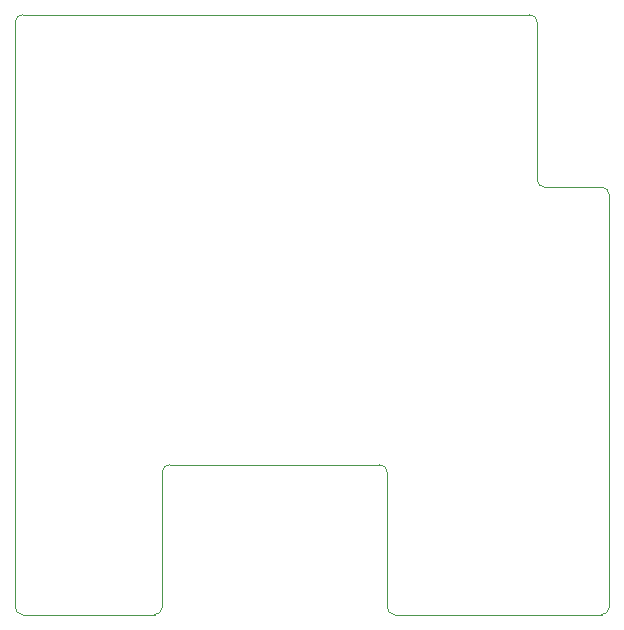
<source format=gm1>
%TF.GenerationSoftware,KiCad,Pcbnew,(5.1.8-0-10_14)*%
%TF.CreationDate,2021-06-26T18:54:16+01:00*%
%TF.ProjectId,cgs348-vco-output-buffer,63677333-3438-42d7-9663-6f2d6f757470,rev?*%
%TF.SameCoordinates,Original*%
%TF.FileFunction,Profile,NP*%
%FSLAX46Y46*%
G04 Gerber Fmt 4.6, Leading zero omitted, Abs format (unit mm)*
G04 Created by KiCad (PCBNEW (5.1.8-0-10_14)) date 2021-06-26 18:54:16*
%MOMM*%
%LPD*%
G01*
G04 APERTURE LIST*
%TA.AperFunction,Profile*%
%ADD10C,0.050000*%
%TD*%
G04 APERTURE END LIST*
D10*
X138811000Y-116205000D02*
G75*
G02*
X139446000Y-116840000I0J-635000D01*
G01*
X132715000Y-101600000D02*
G75*
G02*
X133350000Y-102235000I0J-635000D01*
G01*
X89154000Y-102235000D02*
G75*
G02*
X89789000Y-101600000I635000J0D01*
G01*
X133985000Y-116205000D02*
G75*
G02*
X133350000Y-115570000I0J635000D01*
G01*
X139446000Y-151765000D02*
G75*
G02*
X138811000Y-152400000I-635000J0D01*
G01*
X121285000Y-152400000D02*
G75*
G02*
X120650000Y-151765000I0J635000D01*
G01*
X120015000Y-139700000D02*
G75*
G02*
X120650000Y-140335000I0J-635000D01*
G01*
X101600000Y-140335000D02*
G75*
G02*
X102235000Y-139700000I635000J0D01*
G01*
X101600000Y-151765000D02*
G75*
G02*
X100965000Y-152400000I-635000J0D01*
G01*
X89789000Y-152400000D02*
G75*
G02*
X89154000Y-151765000I0J635000D01*
G01*
X133350000Y-102235000D02*
X133350000Y-115570000D01*
X89789000Y-101600000D02*
X132715000Y-101600000D01*
X89154000Y-151765000D02*
X89154000Y-102235000D01*
X138811000Y-116205000D02*
X133985000Y-116205000D01*
X139446000Y-151765000D02*
X139446000Y-116840000D01*
X89789000Y-152400000D02*
X100965000Y-152400000D01*
X138811000Y-152400000D02*
X121285000Y-152400000D01*
X120650000Y-140335000D02*
X120650000Y-151765000D01*
X102235000Y-139700000D02*
X120015000Y-139700000D01*
X101600000Y-151765000D02*
X101600000Y-140335000D01*
M02*

</source>
